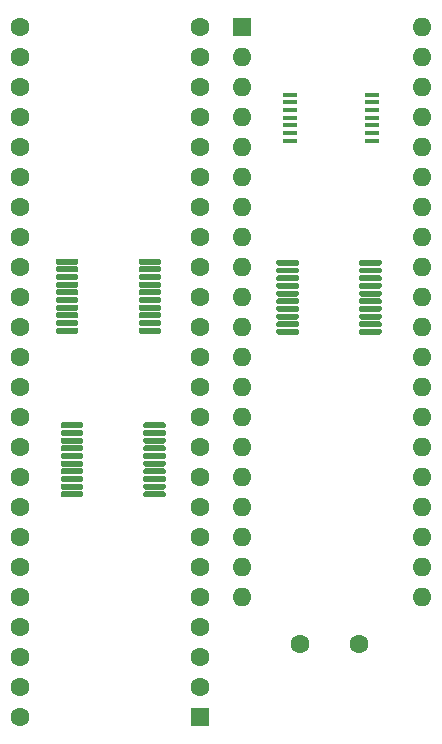
<source format=gbr>
G04 #@! TF.GenerationSoftware,KiCad,Pcbnew,(5.1.8)-1*
G04 #@! TF.CreationDate,2021-03-17T09:54:22-07:00*
G04 #@! TF.ProjectId,MCL64,4d434c36-342e-46b6-9963-61645f706362,rev?*
G04 #@! TF.SameCoordinates,Original*
G04 #@! TF.FileFunction,Soldermask,Top*
G04 #@! TF.FilePolarity,Negative*
%FSLAX46Y46*%
G04 Gerber Fmt 4.6, Leading zero omitted, Abs format (unit mm)*
G04 Created by KiCad (PCBNEW (5.1.8)-1) date 2021-03-17 09:54:22*
%MOMM*%
%LPD*%
G01*
G04 APERTURE LIST*
%ADD10C,1.600000*%
%ADD11R,1.600000X1.600000*%
%ADD12R,1.200000X0.400000*%
%ADD13O,1.600000X1.600000*%
G04 APERTURE END LIST*
D10*
X118532920Y-136410700D03*
X113532920Y-136410700D03*
X89847420Y-142618460D03*
X89847420Y-140078460D03*
X89847420Y-137538460D03*
X89847420Y-134998460D03*
X89847420Y-132458460D03*
X89847420Y-129918460D03*
X89847420Y-127378460D03*
X89847420Y-124838460D03*
X89847420Y-122298460D03*
X89847420Y-119758460D03*
X89847420Y-117218460D03*
X89847420Y-114678460D03*
X89847420Y-112138460D03*
X89847420Y-109598460D03*
D11*
X105087420Y-142618460D03*
D10*
X105087420Y-140078460D03*
X105087420Y-137538460D03*
X105087420Y-134998460D03*
X105087420Y-132458460D03*
X105087420Y-129918460D03*
X105087420Y-127378460D03*
X105087420Y-124838460D03*
X105087420Y-122298460D03*
X105087420Y-119758460D03*
X105087420Y-117218460D03*
X105087420Y-114678460D03*
X105087420Y-112138460D03*
X89847420Y-107058460D03*
X89847420Y-104518460D03*
X89847420Y-101978460D03*
X89847420Y-99438460D03*
X89847420Y-96898460D03*
X89847420Y-94358460D03*
X89847420Y-91818460D03*
X89847420Y-89278460D03*
X89847420Y-86738460D03*
X89847420Y-84198460D03*
X105087420Y-84198460D03*
X105087420Y-86738460D03*
X105087420Y-89278460D03*
X105087420Y-91818460D03*
X105087420Y-109598460D03*
X105087420Y-107058460D03*
X105087420Y-104518460D03*
X105087420Y-94358460D03*
X105087420Y-96898460D03*
X105087420Y-99438460D03*
X105087420Y-101978460D03*
G36*
G01*
X118561960Y-104306720D02*
X118561960Y-104056720D01*
G75*
G02*
X118686960Y-103931720I125000J0D01*
G01*
X120336960Y-103931720D01*
G75*
G02*
X120461960Y-104056720I0J-125000D01*
G01*
X120461960Y-104306720D01*
G75*
G02*
X120336960Y-104431720I-125000J0D01*
G01*
X118686960Y-104431720D01*
G75*
G02*
X118561960Y-104306720I0J125000D01*
G01*
G37*
G36*
G01*
X118561960Y-104956720D02*
X118561960Y-104706720D01*
G75*
G02*
X118686960Y-104581720I125000J0D01*
G01*
X120336960Y-104581720D01*
G75*
G02*
X120461960Y-104706720I0J-125000D01*
G01*
X120461960Y-104956720D01*
G75*
G02*
X120336960Y-105081720I-125000J0D01*
G01*
X118686960Y-105081720D01*
G75*
G02*
X118561960Y-104956720I0J125000D01*
G01*
G37*
G36*
G01*
X118561960Y-105606720D02*
X118561960Y-105356720D01*
G75*
G02*
X118686960Y-105231720I125000J0D01*
G01*
X120336960Y-105231720D01*
G75*
G02*
X120461960Y-105356720I0J-125000D01*
G01*
X120461960Y-105606720D01*
G75*
G02*
X120336960Y-105731720I-125000J0D01*
G01*
X118686960Y-105731720D01*
G75*
G02*
X118561960Y-105606720I0J125000D01*
G01*
G37*
G36*
G01*
X118561960Y-106256720D02*
X118561960Y-106006720D01*
G75*
G02*
X118686960Y-105881720I125000J0D01*
G01*
X120336960Y-105881720D01*
G75*
G02*
X120461960Y-106006720I0J-125000D01*
G01*
X120461960Y-106256720D01*
G75*
G02*
X120336960Y-106381720I-125000J0D01*
G01*
X118686960Y-106381720D01*
G75*
G02*
X118561960Y-106256720I0J125000D01*
G01*
G37*
G36*
G01*
X118561960Y-106906720D02*
X118561960Y-106656720D01*
G75*
G02*
X118686960Y-106531720I125000J0D01*
G01*
X120336960Y-106531720D01*
G75*
G02*
X120461960Y-106656720I0J-125000D01*
G01*
X120461960Y-106906720D01*
G75*
G02*
X120336960Y-107031720I-125000J0D01*
G01*
X118686960Y-107031720D01*
G75*
G02*
X118561960Y-106906720I0J125000D01*
G01*
G37*
G36*
G01*
X118561960Y-107556720D02*
X118561960Y-107306720D01*
G75*
G02*
X118686960Y-107181720I125000J0D01*
G01*
X120336960Y-107181720D01*
G75*
G02*
X120461960Y-107306720I0J-125000D01*
G01*
X120461960Y-107556720D01*
G75*
G02*
X120336960Y-107681720I-125000J0D01*
G01*
X118686960Y-107681720D01*
G75*
G02*
X118561960Y-107556720I0J125000D01*
G01*
G37*
G36*
G01*
X118561960Y-108206720D02*
X118561960Y-107956720D01*
G75*
G02*
X118686960Y-107831720I125000J0D01*
G01*
X120336960Y-107831720D01*
G75*
G02*
X120461960Y-107956720I0J-125000D01*
G01*
X120461960Y-108206720D01*
G75*
G02*
X120336960Y-108331720I-125000J0D01*
G01*
X118686960Y-108331720D01*
G75*
G02*
X118561960Y-108206720I0J125000D01*
G01*
G37*
G36*
G01*
X118561960Y-108856720D02*
X118561960Y-108606720D01*
G75*
G02*
X118686960Y-108481720I125000J0D01*
G01*
X120336960Y-108481720D01*
G75*
G02*
X120461960Y-108606720I0J-125000D01*
G01*
X120461960Y-108856720D01*
G75*
G02*
X120336960Y-108981720I-125000J0D01*
G01*
X118686960Y-108981720D01*
G75*
G02*
X118561960Y-108856720I0J125000D01*
G01*
G37*
G36*
G01*
X118561960Y-109506720D02*
X118561960Y-109256720D01*
G75*
G02*
X118686960Y-109131720I125000J0D01*
G01*
X120336960Y-109131720D01*
G75*
G02*
X120461960Y-109256720I0J-125000D01*
G01*
X120461960Y-109506720D01*
G75*
G02*
X120336960Y-109631720I-125000J0D01*
G01*
X118686960Y-109631720D01*
G75*
G02*
X118561960Y-109506720I0J125000D01*
G01*
G37*
G36*
G01*
X118561960Y-110156720D02*
X118561960Y-109906720D01*
G75*
G02*
X118686960Y-109781720I125000J0D01*
G01*
X120336960Y-109781720D01*
G75*
G02*
X120461960Y-109906720I0J-125000D01*
G01*
X120461960Y-110156720D01*
G75*
G02*
X120336960Y-110281720I-125000J0D01*
G01*
X118686960Y-110281720D01*
G75*
G02*
X118561960Y-110156720I0J125000D01*
G01*
G37*
G36*
G01*
X111561960Y-110156720D02*
X111561960Y-109906720D01*
G75*
G02*
X111686960Y-109781720I125000J0D01*
G01*
X113336960Y-109781720D01*
G75*
G02*
X113461960Y-109906720I0J-125000D01*
G01*
X113461960Y-110156720D01*
G75*
G02*
X113336960Y-110281720I-125000J0D01*
G01*
X111686960Y-110281720D01*
G75*
G02*
X111561960Y-110156720I0J125000D01*
G01*
G37*
G36*
G01*
X111561960Y-109506720D02*
X111561960Y-109256720D01*
G75*
G02*
X111686960Y-109131720I125000J0D01*
G01*
X113336960Y-109131720D01*
G75*
G02*
X113461960Y-109256720I0J-125000D01*
G01*
X113461960Y-109506720D01*
G75*
G02*
X113336960Y-109631720I-125000J0D01*
G01*
X111686960Y-109631720D01*
G75*
G02*
X111561960Y-109506720I0J125000D01*
G01*
G37*
G36*
G01*
X111561960Y-108856720D02*
X111561960Y-108606720D01*
G75*
G02*
X111686960Y-108481720I125000J0D01*
G01*
X113336960Y-108481720D01*
G75*
G02*
X113461960Y-108606720I0J-125000D01*
G01*
X113461960Y-108856720D01*
G75*
G02*
X113336960Y-108981720I-125000J0D01*
G01*
X111686960Y-108981720D01*
G75*
G02*
X111561960Y-108856720I0J125000D01*
G01*
G37*
G36*
G01*
X111561960Y-108206720D02*
X111561960Y-107956720D01*
G75*
G02*
X111686960Y-107831720I125000J0D01*
G01*
X113336960Y-107831720D01*
G75*
G02*
X113461960Y-107956720I0J-125000D01*
G01*
X113461960Y-108206720D01*
G75*
G02*
X113336960Y-108331720I-125000J0D01*
G01*
X111686960Y-108331720D01*
G75*
G02*
X111561960Y-108206720I0J125000D01*
G01*
G37*
G36*
G01*
X111561960Y-107556720D02*
X111561960Y-107306720D01*
G75*
G02*
X111686960Y-107181720I125000J0D01*
G01*
X113336960Y-107181720D01*
G75*
G02*
X113461960Y-107306720I0J-125000D01*
G01*
X113461960Y-107556720D01*
G75*
G02*
X113336960Y-107681720I-125000J0D01*
G01*
X111686960Y-107681720D01*
G75*
G02*
X111561960Y-107556720I0J125000D01*
G01*
G37*
G36*
G01*
X111561960Y-106906720D02*
X111561960Y-106656720D01*
G75*
G02*
X111686960Y-106531720I125000J0D01*
G01*
X113336960Y-106531720D01*
G75*
G02*
X113461960Y-106656720I0J-125000D01*
G01*
X113461960Y-106906720D01*
G75*
G02*
X113336960Y-107031720I-125000J0D01*
G01*
X111686960Y-107031720D01*
G75*
G02*
X111561960Y-106906720I0J125000D01*
G01*
G37*
G36*
G01*
X111561960Y-106256720D02*
X111561960Y-106006720D01*
G75*
G02*
X111686960Y-105881720I125000J0D01*
G01*
X113336960Y-105881720D01*
G75*
G02*
X113461960Y-106006720I0J-125000D01*
G01*
X113461960Y-106256720D01*
G75*
G02*
X113336960Y-106381720I-125000J0D01*
G01*
X111686960Y-106381720D01*
G75*
G02*
X111561960Y-106256720I0J125000D01*
G01*
G37*
G36*
G01*
X111561960Y-105606720D02*
X111561960Y-105356720D01*
G75*
G02*
X111686960Y-105231720I125000J0D01*
G01*
X113336960Y-105231720D01*
G75*
G02*
X113461960Y-105356720I0J-125000D01*
G01*
X113461960Y-105606720D01*
G75*
G02*
X113336960Y-105731720I-125000J0D01*
G01*
X111686960Y-105731720D01*
G75*
G02*
X111561960Y-105606720I0J125000D01*
G01*
G37*
G36*
G01*
X111561960Y-104956720D02*
X111561960Y-104706720D01*
G75*
G02*
X111686960Y-104581720I125000J0D01*
G01*
X113336960Y-104581720D01*
G75*
G02*
X113461960Y-104706720I0J-125000D01*
G01*
X113461960Y-104956720D01*
G75*
G02*
X113336960Y-105081720I-125000J0D01*
G01*
X111686960Y-105081720D01*
G75*
G02*
X111561960Y-104956720I0J125000D01*
G01*
G37*
G36*
G01*
X111561960Y-104306720D02*
X111561960Y-104056720D01*
G75*
G02*
X111686960Y-103931720I125000J0D01*
G01*
X113336960Y-103931720D01*
G75*
G02*
X113461960Y-104056720I0J-125000D01*
G01*
X113461960Y-104306720D01*
G75*
G02*
X113336960Y-104431720I-125000J0D01*
G01*
X111686960Y-104431720D01*
G75*
G02*
X111561960Y-104306720I0J125000D01*
G01*
G37*
D12*
X119614360Y-89929420D03*
X119614360Y-90579420D03*
X119614360Y-91229420D03*
X119614360Y-91879420D03*
X119614360Y-92529420D03*
X119614360Y-93179420D03*
X119614360Y-93829420D03*
X112714360Y-93829420D03*
X112714360Y-93179420D03*
X112714360Y-92529420D03*
X112714360Y-91879420D03*
X112714360Y-91229420D03*
X112714360Y-90579420D03*
X112714360Y-89929420D03*
G36*
G01*
X100291740Y-118058280D02*
X100291740Y-117808280D01*
G75*
G02*
X100416740Y-117683280I125000J0D01*
G01*
X102066740Y-117683280D01*
G75*
G02*
X102191740Y-117808280I0J-125000D01*
G01*
X102191740Y-118058280D01*
G75*
G02*
X102066740Y-118183280I-125000J0D01*
G01*
X100416740Y-118183280D01*
G75*
G02*
X100291740Y-118058280I0J125000D01*
G01*
G37*
G36*
G01*
X100291740Y-118708280D02*
X100291740Y-118458280D01*
G75*
G02*
X100416740Y-118333280I125000J0D01*
G01*
X102066740Y-118333280D01*
G75*
G02*
X102191740Y-118458280I0J-125000D01*
G01*
X102191740Y-118708280D01*
G75*
G02*
X102066740Y-118833280I-125000J0D01*
G01*
X100416740Y-118833280D01*
G75*
G02*
X100291740Y-118708280I0J125000D01*
G01*
G37*
G36*
G01*
X100291740Y-119358280D02*
X100291740Y-119108280D01*
G75*
G02*
X100416740Y-118983280I125000J0D01*
G01*
X102066740Y-118983280D01*
G75*
G02*
X102191740Y-119108280I0J-125000D01*
G01*
X102191740Y-119358280D01*
G75*
G02*
X102066740Y-119483280I-125000J0D01*
G01*
X100416740Y-119483280D01*
G75*
G02*
X100291740Y-119358280I0J125000D01*
G01*
G37*
G36*
G01*
X100291740Y-120008280D02*
X100291740Y-119758280D01*
G75*
G02*
X100416740Y-119633280I125000J0D01*
G01*
X102066740Y-119633280D01*
G75*
G02*
X102191740Y-119758280I0J-125000D01*
G01*
X102191740Y-120008280D01*
G75*
G02*
X102066740Y-120133280I-125000J0D01*
G01*
X100416740Y-120133280D01*
G75*
G02*
X100291740Y-120008280I0J125000D01*
G01*
G37*
G36*
G01*
X100291740Y-120658280D02*
X100291740Y-120408280D01*
G75*
G02*
X100416740Y-120283280I125000J0D01*
G01*
X102066740Y-120283280D01*
G75*
G02*
X102191740Y-120408280I0J-125000D01*
G01*
X102191740Y-120658280D01*
G75*
G02*
X102066740Y-120783280I-125000J0D01*
G01*
X100416740Y-120783280D01*
G75*
G02*
X100291740Y-120658280I0J125000D01*
G01*
G37*
G36*
G01*
X100291740Y-121308280D02*
X100291740Y-121058280D01*
G75*
G02*
X100416740Y-120933280I125000J0D01*
G01*
X102066740Y-120933280D01*
G75*
G02*
X102191740Y-121058280I0J-125000D01*
G01*
X102191740Y-121308280D01*
G75*
G02*
X102066740Y-121433280I-125000J0D01*
G01*
X100416740Y-121433280D01*
G75*
G02*
X100291740Y-121308280I0J125000D01*
G01*
G37*
G36*
G01*
X100291740Y-121958280D02*
X100291740Y-121708280D01*
G75*
G02*
X100416740Y-121583280I125000J0D01*
G01*
X102066740Y-121583280D01*
G75*
G02*
X102191740Y-121708280I0J-125000D01*
G01*
X102191740Y-121958280D01*
G75*
G02*
X102066740Y-122083280I-125000J0D01*
G01*
X100416740Y-122083280D01*
G75*
G02*
X100291740Y-121958280I0J125000D01*
G01*
G37*
G36*
G01*
X100291740Y-122608280D02*
X100291740Y-122358280D01*
G75*
G02*
X100416740Y-122233280I125000J0D01*
G01*
X102066740Y-122233280D01*
G75*
G02*
X102191740Y-122358280I0J-125000D01*
G01*
X102191740Y-122608280D01*
G75*
G02*
X102066740Y-122733280I-125000J0D01*
G01*
X100416740Y-122733280D01*
G75*
G02*
X100291740Y-122608280I0J125000D01*
G01*
G37*
G36*
G01*
X100291740Y-123258280D02*
X100291740Y-123008280D01*
G75*
G02*
X100416740Y-122883280I125000J0D01*
G01*
X102066740Y-122883280D01*
G75*
G02*
X102191740Y-123008280I0J-125000D01*
G01*
X102191740Y-123258280D01*
G75*
G02*
X102066740Y-123383280I-125000J0D01*
G01*
X100416740Y-123383280D01*
G75*
G02*
X100291740Y-123258280I0J125000D01*
G01*
G37*
G36*
G01*
X100291740Y-123908280D02*
X100291740Y-123658280D01*
G75*
G02*
X100416740Y-123533280I125000J0D01*
G01*
X102066740Y-123533280D01*
G75*
G02*
X102191740Y-123658280I0J-125000D01*
G01*
X102191740Y-123908280D01*
G75*
G02*
X102066740Y-124033280I-125000J0D01*
G01*
X100416740Y-124033280D01*
G75*
G02*
X100291740Y-123908280I0J125000D01*
G01*
G37*
G36*
G01*
X93291740Y-123908280D02*
X93291740Y-123658280D01*
G75*
G02*
X93416740Y-123533280I125000J0D01*
G01*
X95066740Y-123533280D01*
G75*
G02*
X95191740Y-123658280I0J-125000D01*
G01*
X95191740Y-123908280D01*
G75*
G02*
X95066740Y-124033280I-125000J0D01*
G01*
X93416740Y-124033280D01*
G75*
G02*
X93291740Y-123908280I0J125000D01*
G01*
G37*
G36*
G01*
X93291740Y-123258280D02*
X93291740Y-123008280D01*
G75*
G02*
X93416740Y-122883280I125000J0D01*
G01*
X95066740Y-122883280D01*
G75*
G02*
X95191740Y-123008280I0J-125000D01*
G01*
X95191740Y-123258280D01*
G75*
G02*
X95066740Y-123383280I-125000J0D01*
G01*
X93416740Y-123383280D01*
G75*
G02*
X93291740Y-123258280I0J125000D01*
G01*
G37*
G36*
G01*
X93291740Y-122608280D02*
X93291740Y-122358280D01*
G75*
G02*
X93416740Y-122233280I125000J0D01*
G01*
X95066740Y-122233280D01*
G75*
G02*
X95191740Y-122358280I0J-125000D01*
G01*
X95191740Y-122608280D01*
G75*
G02*
X95066740Y-122733280I-125000J0D01*
G01*
X93416740Y-122733280D01*
G75*
G02*
X93291740Y-122608280I0J125000D01*
G01*
G37*
G36*
G01*
X93291740Y-121958280D02*
X93291740Y-121708280D01*
G75*
G02*
X93416740Y-121583280I125000J0D01*
G01*
X95066740Y-121583280D01*
G75*
G02*
X95191740Y-121708280I0J-125000D01*
G01*
X95191740Y-121958280D01*
G75*
G02*
X95066740Y-122083280I-125000J0D01*
G01*
X93416740Y-122083280D01*
G75*
G02*
X93291740Y-121958280I0J125000D01*
G01*
G37*
G36*
G01*
X93291740Y-121308280D02*
X93291740Y-121058280D01*
G75*
G02*
X93416740Y-120933280I125000J0D01*
G01*
X95066740Y-120933280D01*
G75*
G02*
X95191740Y-121058280I0J-125000D01*
G01*
X95191740Y-121308280D01*
G75*
G02*
X95066740Y-121433280I-125000J0D01*
G01*
X93416740Y-121433280D01*
G75*
G02*
X93291740Y-121308280I0J125000D01*
G01*
G37*
G36*
G01*
X93291740Y-120658280D02*
X93291740Y-120408280D01*
G75*
G02*
X93416740Y-120283280I125000J0D01*
G01*
X95066740Y-120283280D01*
G75*
G02*
X95191740Y-120408280I0J-125000D01*
G01*
X95191740Y-120658280D01*
G75*
G02*
X95066740Y-120783280I-125000J0D01*
G01*
X93416740Y-120783280D01*
G75*
G02*
X93291740Y-120658280I0J125000D01*
G01*
G37*
G36*
G01*
X93291740Y-120008280D02*
X93291740Y-119758280D01*
G75*
G02*
X93416740Y-119633280I125000J0D01*
G01*
X95066740Y-119633280D01*
G75*
G02*
X95191740Y-119758280I0J-125000D01*
G01*
X95191740Y-120008280D01*
G75*
G02*
X95066740Y-120133280I-125000J0D01*
G01*
X93416740Y-120133280D01*
G75*
G02*
X93291740Y-120008280I0J125000D01*
G01*
G37*
G36*
G01*
X93291740Y-119358280D02*
X93291740Y-119108280D01*
G75*
G02*
X93416740Y-118983280I125000J0D01*
G01*
X95066740Y-118983280D01*
G75*
G02*
X95191740Y-119108280I0J-125000D01*
G01*
X95191740Y-119358280D01*
G75*
G02*
X95066740Y-119483280I-125000J0D01*
G01*
X93416740Y-119483280D01*
G75*
G02*
X93291740Y-119358280I0J125000D01*
G01*
G37*
G36*
G01*
X93291740Y-118708280D02*
X93291740Y-118458280D01*
G75*
G02*
X93416740Y-118333280I125000J0D01*
G01*
X95066740Y-118333280D01*
G75*
G02*
X95191740Y-118458280I0J-125000D01*
G01*
X95191740Y-118708280D01*
G75*
G02*
X95066740Y-118833280I-125000J0D01*
G01*
X93416740Y-118833280D01*
G75*
G02*
X93291740Y-118708280I0J125000D01*
G01*
G37*
G36*
G01*
X93291740Y-118058280D02*
X93291740Y-117808280D01*
G75*
G02*
X93416740Y-117683280I125000J0D01*
G01*
X95066740Y-117683280D01*
G75*
G02*
X95191740Y-117808280I0J-125000D01*
G01*
X95191740Y-118058280D01*
G75*
G02*
X95066740Y-118183280I-125000J0D01*
G01*
X93416740Y-118183280D01*
G75*
G02*
X93291740Y-118058280I0J125000D01*
G01*
G37*
G36*
G01*
X99885340Y-104202580D02*
X99885340Y-103952580D01*
G75*
G02*
X100010340Y-103827580I125000J0D01*
G01*
X101660340Y-103827580D01*
G75*
G02*
X101785340Y-103952580I0J-125000D01*
G01*
X101785340Y-104202580D01*
G75*
G02*
X101660340Y-104327580I-125000J0D01*
G01*
X100010340Y-104327580D01*
G75*
G02*
X99885340Y-104202580I0J125000D01*
G01*
G37*
G36*
G01*
X99885340Y-104852580D02*
X99885340Y-104602580D01*
G75*
G02*
X100010340Y-104477580I125000J0D01*
G01*
X101660340Y-104477580D01*
G75*
G02*
X101785340Y-104602580I0J-125000D01*
G01*
X101785340Y-104852580D01*
G75*
G02*
X101660340Y-104977580I-125000J0D01*
G01*
X100010340Y-104977580D01*
G75*
G02*
X99885340Y-104852580I0J125000D01*
G01*
G37*
G36*
G01*
X99885340Y-105502580D02*
X99885340Y-105252580D01*
G75*
G02*
X100010340Y-105127580I125000J0D01*
G01*
X101660340Y-105127580D01*
G75*
G02*
X101785340Y-105252580I0J-125000D01*
G01*
X101785340Y-105502580D01*
G75*
G02*
X101660340Y-105627580I-125000J0D01*
G01*
X100010340Y-105627580D01*
G75*
G02*
X99885340Y-105502580I0J125000D01*
G01*
G37*
G36*
G01*
X99885340Y-106152580D02*
X99885340Y-105902580D01*
G75*
G02*
X100010340Y-105777580I125000J0D01*
G01*
X101660340Y-105777580D01*
G75*
G02*
X101785340Y-105902580I0J-125000D01*
G01*
X101785340Y-106152580D01*
G75*
G02*
X101660340Y-106277580I-125000J0D01*
G01*
X100010340Y-106277580D01*
G75*
G02*
X99885340Y-106152580I0J125000D01*
G01*
G37*
G36*
G01*
X99885340Y-106802580D02*
X99885340Y-106552580D01*
G75*
G02*
X100010340Y-106427580I125000J0D01*
G01*
X101660340Y-106427580D01*
G75*
G02*
X101785340Y-106552580I0J-125000D01*
G01*
X101785340Y-106802580D01*
G75*
G02*
X101660340Y-106927580I-125000J0D01*
G01*
X100010340Y-106927580D01*
G75*
G02*
X99885340Y-106802580I0J125000D01*
G01*
G37*
G36*
G01*
X99885340Y-107452580D02*
X99885340Y-107202580D01*
G75*
G02*
X100010340Y-107077580I125000J0D01*
G01*
X101660340Y-107077580D01*
G75*
G02*
X101785340Y-107202580I0J-125000D01*
G01*
X101785340Y-107452580D01*
G75*
G02*
X101660340Y-107577580I-125000J0D01*
G01*
X100010340Y-107577580D01*
G75*
G02*
X99885340Y-107452580I0J125000D01*
G01*
G37*
G36*
G01*
X99885340Y-108102580D02*
X99885340Y-107852580D01*
G75*
G02*
X100010340Y-107727580I125000J0D01*
G01*
X101660340Y-107727580D01*
G75*
G02*
X101785340Y-107852580I0J-125000D01*
G01*
X101785340Y-108102580D01*
G75*
G02*
X101660340Y-108227580I-125000J0D01*
G01*
X100010340Y-108227580D01*
G75*
G02*
X99885340Y-108102580I0J125000D01*
G01*
G37*
G36*
G01*
X99885340Y-108752580D02*
X99885340Y-108502580D01*
G75*
G02*
X100010340Y-108377580I125000J0D01*
G01*
X101660340Y-108377580D01*
G75*
G02*
X101785340Y-108502580I0J-125000D01*
G01*
X101785340Y-108752580D01*
G75*
G02*
X101660340Y-108877580I-125000J0D01*
G01*
X100010340Y-108877580D01*
G75*
G02*
X99885340Y-108752580I0J125000D01*
G01*
G37*
G36*
G01*
X99885340Y-109402580D02*
X99885340Y-109152580D01*
G75*
G02*
X100010340Y-109027580I125000J0D01*
G01*
X101660340Y-109027580D01*
G75*
G02*
X101785340Y-109152580I0J-125000D01*
G01*
X101785340Y-109402580D01*
G75*
G02*
X101660340Y-109527580I-125000J0D01*
G01*
X100010340Y-109527580D01*
G75*
G02*
X99885340Y-109402580I0J125000D01*
G01*
G37*
G36*
G01*
X99885340Y-110052580D02*
X99885340Y-109802580D01*
G75*
G02*
X100010340Y-109677580I125000J0D01*
G01*
X101660340Y-109677580D01*
G75*
G02*
X101785340Y-109802580I0J-125000D01*
G01*
X101785340Y-110052580D01*
G75*
G02*
X101660340Y-110177580I-125000J0D01*
G01*
X100010340Y-110177580D01*
G75*
G02*
X99885340Y-110052580I0J125000D01*
G01*
G37*
G36*
G01*
X92885340Y-110052580D02*
X92885340Y-109802580D01*
G75*
G02*
X93010340Y-109677580I125000J0D01*
G01*
X94660340Y-109677580D01*
G75*
G02*
X94785340Y-109802580I0J-125000D01*
G01*
X94785340Y-110052580D01*
G75*
G02*
X94660340Y-110177580I-125000J0D01*
G01*
X93010340Y-110177580D01*
G75*
G02*
X92885340Y-110052580I0J125000D01*
G01*
G37*
G36*
G01*
X92885340Y-109402580D02*
X92885340Y-109152580D01*
G75*
G02*
X93010340Y-109027580I125000J0D01*
G01*
X94660340Y-109027580D01*
G75*
G02*
X94785340Y-109152580I0J-125000D01*
G01*
X94785340Y-109402580D01*
G75*
G02*
X94660340Y-109527580I-125000J0D01*
G01*
X93010340Y-109527580D01*
G75*
G02*
X92885340Y-109402580I0J125000D01*
G01*
G37*
G36*
G01*
X92885340Y-108752580D02*
X92885340Y-108502580D01*
G75*
G02*
X93010340Y-108377580I125000J0D01*
G01*
X94660340Y-108377580D01*
G75*
G02*
X94785340Y-108502580I0J-125000D01*
G01*
X94785340Y-108752580D01*
G75*
G02*
X94660340Y-108877580I-125000J0D01*
G01*
X93010340Y-108877580D01*
G75*
G02*
X92885340Y-108752580I0J125000D01*
G01*
G37*
G36*
G01*
X92885340Y-108102580D02*
X92885340Y-107852580D01*
G75*
G02*
X93010340Y-107727580I125000J0D01*
G01*
X94660340Y-107727580D01*
G75*
G02*
X94785340Y-107852580I0J-125000D01*
G01*
X94785340Y-108102580D01*
G75*
G02*
X94660340Y-108227580I-125000J0D01*
G01*
X93010340Y-108227580D01*
G75*
G02*
X92885340Y-108102580I0J125000D01*
G01*
G37*
G36*
G01*
X92885340Y-107452580D02*
X92885340Y-107202580D01*
G75*
G02*
X93010340Y-107077580I125000J0D01*
G01*
X94660340Y-107077580D01*
G75*
G02*
X94785340Y-107202580I0J-125000D01*
G01*
X94785340Y-107452580D01*
G75*
G02*
X94660340Y-107577580I-125000J0D01*
G01*
X93010340Y-107577580D01*
G75*
G02*
X92885340Y-107452580I0J125000D01*
G01*
G37*
G36*
G01*
X92885340Y-106802580D02*
X92885340Y-106552580D01*
G75*
G02*
X93010340Y-106427580I125000J0D01*
G01*
X94660340Y-106427580D01*
G75*
G02*
X94785340Y-106552580I0J-125000D01*
G01*
X94785340Y-106802580D01*
G75*
G02*
X94660340Y-106927580I-125000J0D01*
G01*
X93010340Y-106927580D01*
G75*
G02*
X92885340Y-106802580I0J125000D01*
G01*
G37*
G36*
G01*
X92885340Y-106152580D02*
X92885340Y-105902580D01*
G75*
G02*
X93010340Y-105777580I125000J0D01*
G01*
X94660340Y-105777580D01*
G75*
G02*
X94785340Y-105902580I0J-125000D01*
G01*
X94785340Y-106152580D01*
G75*
G02*
X94660340Y-106277580I-125000J0D01*
G01*
X93010340Y-106277580D01*
G75*
G02*
X92885340Y-106152580I0J125000D01*
G01*
G37*
G36*
G01*
X92885340Y-105502580D02*
X92885340Y-105252580D01*
G75*
G02*
X93010340Y-105127580I125000J0D01*
G01*
X94660340Y-105127580D01*
G75*
G02*
X94785340Y-105252580I0J-125000D01*
G01*
X94785340Y-105502580D01*
G75*
G02*
X94660340Y-105627580I-125000J0D01*
G01*
X93010340Y-105627580D01*
G75*
G02*
X92885340Y-105502580I0J125000D01*
G01*
G37*
G36*
G01*
X92885340Y-104852580D02*
X92885340Y-104602580D01*
G75*
G02*
X93010340Y-104477580I125000J0D01*
G01*
X94660340Y-104477580D01*
G75*
G02*
X94785340Y-104602580I0J-125000D01*
G01*
X94785340Y-104852580D01*
G75*
G02*
X94660340Y-104977580I-125000J0D01*
G01*
X93010340Y-104977580D01*
G75*
G02*
X92885340Y-104852580I0J125000D01*
G01*
G37*
G36*
G01*
X92885340Y-104202580D02*
X92885340Y-103952580D01*
G75*
G02*
X93010340Y-103827580I125000J0D01*
G01*
X94660340Y-103827580D01*
G75*
G02*
X94785340Y-103952580I0J-125000D01*
G01*
X94785340Y-104202580D01*
G75*
G02*
X94660340Y-104327580I-125000J0D01*
G01*
X93010340Y-104327580D01*
G75*
G02*
X92885340Y-104202580I0J125000D01*
G01*
G37*
D13*
X123873260Y-84226400D03*
X108633260Y-132486400D03*
X123873260Y-86766400D03*
X108633260Y-129946400D03*
X123873260Y-89306400D03*
X108633260Y-127406400D03*
X123873260Y-91846400D03*
X108633260Y-124866400D03*
X123873260Y-94386400D03*
X108633260Y-122326400D03*
X123873260Y-96926400D03*
X108633260Y-119786400D03*
X123873260Y-99466400D03*
X108633260Y-117246400D03*
X123873260Y-102006400D03*
X108633260Y-114706400D03*
X123873260Y-104546400D03*
X108633260Y-112166400D03*
X123873260Y-107086400D03*
X108633260Y-109626400D03*
X123873260Y-109626400D03*
X108633260Y-107086400D03*
X123873260Y-112166400D03*
X108633260Y-104546400D03*
X123873260Y-114706400D03*
X108633260Y-102006400D03*
X123873260Y-117246400D03*
X108633260Y-99466400D03*
X123873260Y-119786400D03*
X108633260Y-96926400D03*
X123873260Y-122326400D03*
X108633260Y-94386400D03*
X123873260Y-124866400D03*
X108633260Y-91846400D03*
X123873260Y-127406400D03*
X108633260Y-89306400D03*
X123873260Y-129946400D03*
X108633260Y-86766400D03*
X123873260Y-132486400D03*
D11*
X108633260Y-84226400D03*
M02*

</source>
